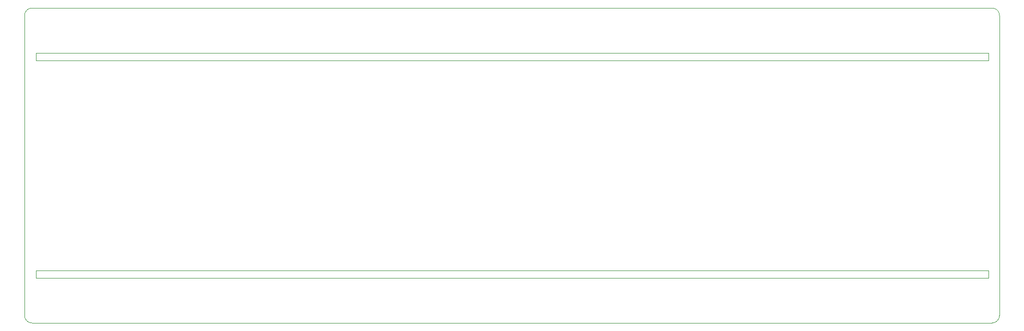
<source format=gm1>
G04 #@! TF.GenerationSoftware,KiCad,Pcbnew,(5.1.8)-1*
G04 #@! TF.CreationDate,2021-02-07T23:28:57+01:00*
G04 #@! TF.ProjectId,Breadboard 830,42726561-6462-46f6-9172-64203833302e,rev?*
G04 #@! TF.SameCoordinates,Original*
G04 #@! TF.FileFunction,Profile,NP*
%FSLAX46Y46*%
G04 Gerber Fmt 4.6, Leading zero omitted, Abs format (unit mm)*
G04 Created by KiCad (PCBNEW (5.1.8)-1) date 2021-02-07 23:28:57*
%MOMM*%
%LPD*%
G01*
G04 APERTURE LIST*
G04 #@! TA.AperFunction,Profile*
%ADD10C,0.050000*%
G04 #@! TD*
G04 APERTURE END LIST*
D10*
X245745000Y-77470000D02*
X84455000Y-77470000D01*
X245745000Y-76200000D02*
X245745000Y-77470000D01*
X84455000Y-76200000D02*
X245745000Y-76200000D01*
X84455000Y-77470000D02*
X84455000Y-76200000D01*
X84455000Y-114300000D02*
X84455000Y-113030000D01*
X245745000Y-114300000D02*
X84455000Y-114300000D01*
X245745000Y-113030000D02*
X245745000Y-114300000D01*
X84455000Y-113030000D02*
X245745000Y-113030000D01*
X83820000Y-121920000D02*
G75*
G02*
X82550000Y-120650000I0J1270000D01*
G01*
X247650000Y-120650000D02*
G75*
G02*
X246380000Y-121920000I-1270000J0D01*
G01*
X246380000Y-68580000D02*
G75*
G02*
X247650000Y-69850000I0J-1270000D01*
G01*
X82550000Y-69850000D02*
G75*
G02*
X83820000Y-68580000I1270000J0D01*
G01*
X247650000Y-120650000D02*
X247650000Y-69850000D01*
X82550000Y-69850000D02*
X82550000Y-120650000D01*
X246380000Y-68580000D02*
X83820000Y-68580000D01*
X246380000Y-121920000D02*
X83820000Y-121920000D01*
M02*

</source>
